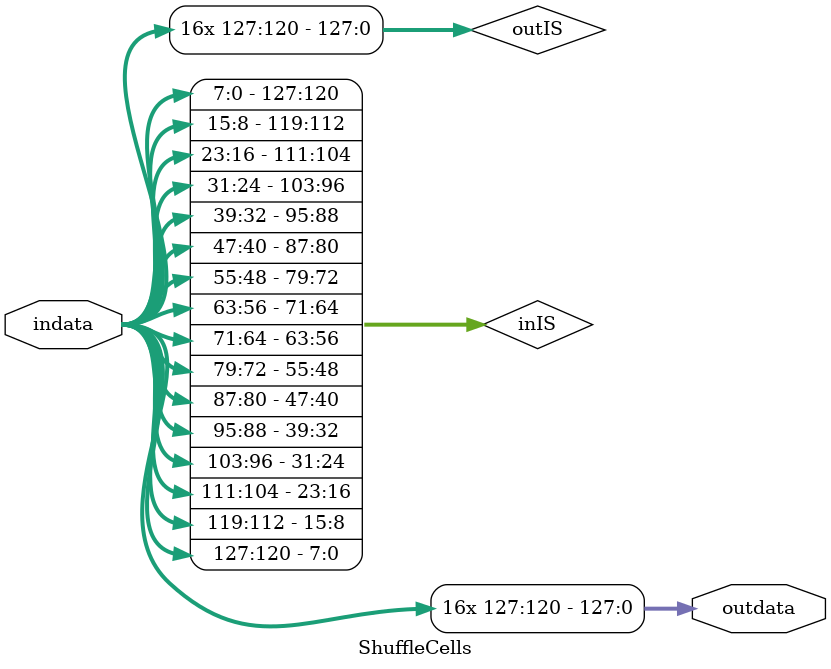
<source format=sv>
`timescale 1ns / 1ps
/*
permute IS, e.g. h and tau function
*/
module ShuffleCells
    #(parameter n=128, parameter [0:63] perm=64'b0)
    (
        input wire [n-1:0] indata,
        output wire [n-1:0] outdata
    );
	localparam m=n>>4;
    // invert indata
	// replace streaming operators
    wire [n-1:0] inIS;// = {<<m{indata}};
    wire [n-1:0] outIS;
    //assign outdata = {<<m{outIS}};
    genvar i;
    generate
        for(i=0; i<16; i=i+1)begin
			assign inIS[(15-i)*m+:m] = indata[i*m+:m];
			assign outdata[(15-i)*m+:m] = outIS[i*m+:m];
            assign outIS[i*m+:m] = inIS[perm[i*4+:4]*m+:m];
        end
    endgenerate
endmodule

</source>
